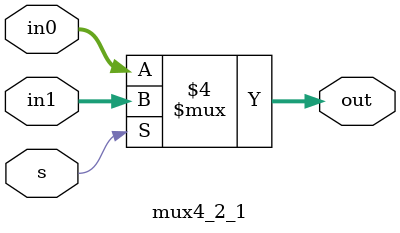
<source format=v>
/****************************************************************************
 * mux4_2_1.v
 ****************************************************************************/

/**
 * Module: mux4_2_1
 * 
 * TODO: Add module documentation
 */
module mux4_2_1(
		input [4:0] in0,
		input [4:0] in1,
		input s,
		output reg [4:0] out);
	
	always @(s or in0 or in1)
		if (s==1) begin
			out = in1;
	 end 
	 else begin 
			out = in0;
	 end
		
endmodule



</source>
